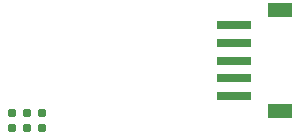
<source format=gbp>
G04*
G04 #@! TF.GenerationSoftware,Altium Limited,Altium Designer,22.6.1 (34)*
G04*
G04 Layer_Color=128*
%FSLAX25Y25*%
%MOIN*%
G70*
G04*
G04 #@! TF.SameCoordinates,96458179-A28E-47A4-AC93-062C7FCE65E1*
G04*
G04*
G04 #@! TF.FilePolarity,Positive*
G04*
G01*
G75*
%ADD19R,0.11800X0.02800*%
%ADD20R,0.07900X0.04700*%
%ADD50C,0.03098*%
D19*
X91900Y17283D02*
D03*
Y23189D02*
D03*
Y29094D02*
D03*
Y35000D02*
D03*
Y40905D02*
D03*
D20*
X107262Y12362D02*
D03*
Y45827D02*
D03*
D50*
X17800Y6600D02*
D03*
Y11600D02*
D03*
X22800D02*
D03*
Y6600D02*
D03*
X27800Y11600D02*
D03*
Y6600D02*
D03*
M02*

</source>
